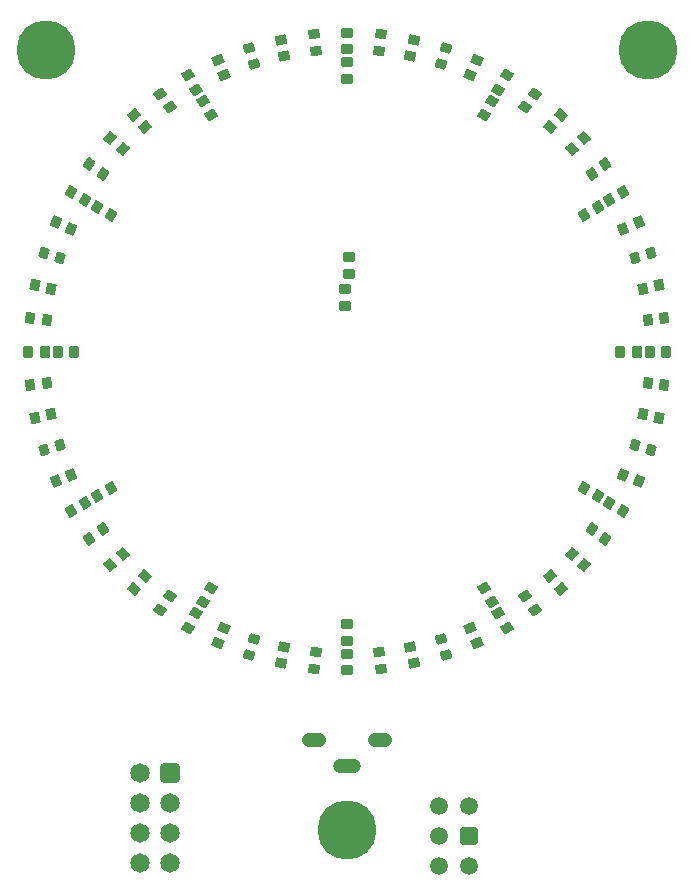
<source format=gbr>
%TF.GenerationSoftware,Altium Limited,Altium Designer,20.1.8 (145)*%
G04 Layer_Color=8388736*
%FSLAX44Y44*%
%MOMM*%
%TF.SameCoordinates,602AE14E-E67F-4A72-A58A-C630FF545DDC*%
%TF.FilePolarity,Negative*%
%TF.FileFunction,Soldermask,Top*%
%TF.Part,Single*%
G01*
G75*
%TA.AperFunction,ComponentPad*%
%ADD51C,1.5000*%
G04:AMPARAMS|DCode=52|XSize=1.5mm|YSize=1.5mm|CornerRadius=0.15mm|HoleSize=0mm|Usage=FLASHONLY|Rotation=180.000|XOffset=0mm|YOffset=0mm|HoleType=Round|Shape=RoundedRectangle|*
%AMROUNDEDRECTD52*
21,1,1.5000,1.2000,0,0,180.0*
21,1,1.2000,1.5000,0,0,180.0*
1,1,0.3000,-0.6000,0.6000*
1,1,0.3000,0.6000,0.6000*
1,1,0.3000,0.6000,-0.6000*
1,1,0.3000,-0.6000,-0.6000*
%
%ADD52ROUNDEDRECTD52*%
G04:AMPARAMS|DCode=120|XSize=1.65mm|YSize=1.65mm|CornerRadius=0.2625mm|HoleSize=0mm|Usage=FLASHONLY|Rotation=270.000|XOffset=0mm|YOffset=0mm|HoleType=Round|Shape=RoundedRectangle|*
%AMROUNDEDRECTD120*
21,1,1.6500,1.1250,0,0,270.0*
21,1,1.1250,1.6500,0,0,270.0*
1,1,0.5250,-0.5625,-0.5625*
1,1,0.5250,-0.5625,0.5625*
1,1,0.5250,0.5625,0.5625*
1,1,0.5250,0.5625,-0.5625*
%
%ADD120ROUNDEDRECTD120*%
%ADD121C,1.6500*%
%TA.AperFunction,ViaPad*%
%ADD122C,5.0000*%
%TA.AperFunction,ComponentPad*%
%ADD123O,2.3500X1.2500*%
%ADD124O,2.0500X1.2500*%
%TA.AperFunction,SMDPad,CuDef*%
G04:AMPARAMS|DCode=125|XSize=0.95mm|YSize=0.8mm|CornerRadius=0.0535mm|HoleSize=0mm|Usage=FLASHONLY|Rotation=0.000|XOffset=0mm|YOffset=0mm|HoleType=Round|Shape=RoundedRectangle|*
%AMROUNDEDRECTD125*
21,1,0.9500,0.6930,0,0,0.0*
21,1,0.8430,0.8000,0,0,0.0*
1,1,0.1070,0.4215,-0.3465*
1,1,0.1070,-0.4215,-0.3465*
1,1,0.1070,-0.4215,0.3465*
1,1,0.1070,0.4215,0.3465*
%
%ADD125ROUNDEDRECTD125*%
G04:AMPARAMS|DCode=126|XSize=0.95mm|YSize=0.8mm|CornerRadius=0.0535mm|HoleSize=0mm|Usage=FLASHONLY|Rotation=354.000|XOffset=0mm|YOffset=0mm|HoleType=Round|Shape=RoundedRectangle|*
%AMROUNDEDRECTD126*
21,1,0.9500,0.6930,0,0,354.0*
21,1,0.8430,0.8000,0,0,354.0*
1,1,0.1070,0.3830,-0.3887*
1,1,0.1070,-0.4554,-0.3005*
1,1,0.1070,-0.3830,0.3887*
1,1,0.1070,0.4554,0.3005*
%
%ADD126ROUNDEDRECTD126*%
G04:AMPARAMS|DCode=127|XSize=0.95mm|YSize=0.8mm|CornerRadius=0.0535mm|HoleSize=0mm|Usage=FLASHONLY|Rotation=348.000|XOffset=0mm|YOffset=0mm|HoleType=Round|Shape=RoundedRectangle|*
%AMROUNDEDRECTD127*
21,1,0.9500,0.6930,0,0,348.0*
21,1,0.8430,0.8000,0,0,348.0*
1,1,0.1070,0.3403,-0.4266*
1,1,0.1070,-0.4843,-0.2513*
1,1,0.1070,-0.3403,0.4266*
1,1,0.1070,0.4843,0.2513*
%
%ADD127ROUNDEDRECTD127*%
G04:AMPARAMS|DCode=128|XSize=0.95mm|YSize=0.8mm|CornerRadius=0.0535mm|HoleSize=0mm|Usage=FLASHONLY|Rotation=342.000|XOffset=0mm|YOffset=0mm|HoleType=Round|Shape=RoundedRectangle|*
%AMROUNDEDRECTD128*
21,1,0.9500,0.6930,0,0,342.0*
21,1,0.8430,0.8000,0,0,342.0*
1,1,0.1070,0.2938,-0.4598*
1,1,0.1070,-0.5080,-0.1993*
1,1,0.1070,-0.2938,0.4598*
1,1,0.1070,0.5080,0.1993*
%
%ADD128ROUNDEDRECTD128*%
G04:AMPARAMS|DCode=129|XSize=0.95mm|YSize=0.8mm|CornerRadius=0.0535mm|HoleSize=0mm|Usage=FLASHONLY|Rotation=336.000|XOffset=0mm|YOffset=0mm|HoleType=Round|Shape=RoundedRectangle|*
%AMROUNDEDRECTD129*
21,1,0.9500,0.6930,0,0,336.0*
21,1,0.8430,0.8000,0,0,336.0*
1,1,0.1070,0.2441,-0.4880*
1,1,0.1070,-0.5260,-0.1451*
1,1,0.1070,-0.2441,0.4880*
1,1,0.1070,0.5260,0.1451*
%
%ADD129ROUNDEDRECTD129*%
G04:AMPARAMS|DCode=130|XSize=0.95mm|YSize=0.8mm|CornerRadius=0.0535mm|HoleSize=0mm|Usage=FLASHONLY|Rotation=330.000|XOffset=0mm|YOffset=0mm|HoleType=Round|Shape=RoundedRectangle|*
%AMROUNDEDRECTD130*
21,1,0.9500,0.6930,0,0,330.0*
21,1,0.8430,0.8000,0,0,330.0*
1,1,0.1070,0.1918,-0.5108*
1,1,0.1070,-0.5383,-0.0893*
1,1,0.1070,-0.1918,0.5108*
1,1,0.1070,0.5383,0.0893*
%
%ADD130ROUNDEDRECTD130*%
G04:AMPARAMS|DCode=131|XSize=0.95mm|YSize=0.8mm|CornerRadius=0.0535mm|HoleSize=0mm|Usage=FLASHONLY|Rotation=329.996|XOffset=0mm|YOffset=0mm|HoleType=Round|Shape=RoundedRectangle|*
%AMROUNDEDRECTD131*
21,1,0.9500,0.6930,0,0,330.0*
21,1,0.8430,0.8000,0,0,330.0*
1,1,0.1070,0.1918,-0.5108*
1,1,0.1070,-0.5383,-0.0893*
1,1,0.1070,-0.1918,0.5108*
1,1,0.1070,0.5383,0.0893*
%
%ADD131ROUNDEDRECTD131*%
G04:AMPARAMS|DCode=132|XSize=0.95mm|YSize=0.8mm|CornerRadius=0.0535mm|HoleSize=0mm|Usage=FLASHONLY|Rotation=324.000|XOffset=0mm|YOffset=0mm|HoleType=Round|Shape=RoundedRectangle|*
%AMROUNDEDRECTD132*
21,1,0.9500,0.6930,0,0,324.0*
21,1,0.8430,0.8000,0,0,324.0*
1,1,0.1070,0.1373,-0.5281*
1,1,0.1070,-0.5447,-0.0326*
1,1,0.1070,-0.1373,0.5281*
1,1,0.1070,0.5447,0.0326*
%
%ADD132ROUNDEDRECTD132*%
G04:AMPARAMS|DCode=133|XSize=0.95mm|YSize=0.8mm|CornerRadius=0.0535mm|HoleSize=0mm|Usage=FLASHONLY|Rotation=318.000|XOffset=0mm|YOffset=0mm|HoleType=Round|Shape=RoundedRectangle|*
%AMROUNDEDRECTD133*
21,1,0.9500,0.6930,0,0,318.0*
21,1,0.8430,0.8000,0,0,318.0*
1,1,0.1070,0.0814,-0.5395*
1,1,0.1070,-0.5451,0.0245*
1,1,0.1070,-0.0814,0.5395*
1,1,0.1070,0.5451,-0.0245*
%
%ADD133ROUNDEDRECTD133*%
G04:AMPARAMS|DCode=134|XSize=0.95mm|YSize=0.8mm|CornerRadius=0.0535mm|HoleSize=0mm|Usage=FLASHONLY|Rotation=312.000|XOffset=0mm|YOffset=0mm|HoleType=Round|Shape=RoundedRectangle|*
%AMROUNDEDRECTD134*
21,1,0.9500,0.6930,0,0,312.0*
21,1,0.8430,0.8000,0,0,312.0*
1,1,0.1070,0.0245,-0.5451*
1,1,0.1070,-0.5395,0.0814*
1,1,0.1070,-0.0245,0.5451*
1,1,0.1070,0.5395,-0.0814*
%
%ADD134ROUNDEDRECTD134*%
G04:AMPARAMS|DCode=135|XSize=0.95mm|YSize=0.8mm|CornerRadius=0.0535mm|HoleSize=0mm|Usage=FLASHONLY|Rotation=306.000|XOffset=0mm|YOffset=0mm|HoleType=Round|Shape=RoundedRectangle|*
%AMROUNDEDRECTD135*
21,1,0.9500,0.6930,0,0,306.0*
21,1,0.8430,0.8000,0,0,306.0*
1,1,0.1070,-0.0326,-0.5447*
1,1,0.1070,-0.5281,0.1373*
1,1,0.1070,0.0326,0.5447*
1,1,0.1070,0.5281,-0.1373*
%
%ADD135ROUNDEDRECTD135*%
G04:AMPARAMS|DCode=136|XSize=0.95mm|YSize=0.8mm|CornerRadius=0.0535mm|HoleSize=0mm|Usage=FLASHONLY|Rotation=300.000|XOffset=0mm|YOffset=0mm|HoleType=Round|Shape=RoundedRectangle|*
%AMROUNDEDRECTD136*
21,1,0.9500,0.6930,0,0,300.0*
21,1,0.8430,0.8000,0,0,300.0*
1,1,0.1070,-0.0893,-0.5383*
1,1,0.1070,-0.5108,0.1918*
1,1,0.1070,0.0893,0.5383*
1,1,0.1070,0.5108,-0.1918*
%
%ADD136ROUNDEDRECTD136*%
G04:AMPARAMS|DCode=137|XSize=0.95mm|YSize=0.8mm|CornerRadius=0.0535mm|HoleSize=0mm|Usage=FLASHONLY|Rotation=294.000|XOffset=0mm|YOffset=0mm|HoleType=Round|Shape=RoundedRectangle|*
%AMROUNDEDRECTD137*
21,1,0.9500,0.6930,0,0,294.0*
21,1,0.8430,0.8000,0,0,294.0*
1,1,0.1070,-0.1451,-0.5260*
1,1,0.1070,-0.4880,0.2441*
1,1,0.1070,0.1451,0.5260*
1,1,0.1070,0.4880,-0.2441*
%
%ADD137ROUNDEDRECTD137*%
G04:AMPARAMS|DCode=138|XSize=0.95mm|YSize=0.8mm|CornerRadius=0.0535mm|HoleSize=0mm|Usage=FLASHONLY|Rotation=288.000|XOffset=0mm|YOffset=0mm|HoleType=Round|Shape=RoundedRectangle|*
%AMROUNDEDRECTD138*
21,1,0.9500,0.6930,0,0,288.0*
21,1,0.8430,0.8000,0,0,288.0*
1,1,0.1070,-0.1993,-0.5080*
1,1,0.1070,-0.4598,0.2938*
1,1,0.1070,0.1993,0.5080*
1,1,0.1070,0.4598,-0.2938*
%
%ADD138ROUNDEDRECTD138*%
G04:AMPARAMS|DCode=139|XSize=0.95mm|YSize=0.8mm|CornerRadius=0.0535mm|HoleSize=0mm|Usage=FLASHONLY|Rotation=282.000|XOffset=0mm|YOffset=0mm|HoleType=Round|Shape=RoundedRectangle|*
%AMROUNDEDRECTD139*
21,1,0.9500,0.6930,0,0,282.0*
21,1,0.8430,0.8000,0,0,282.0*
1,1,0.1070,-0.2513,-0.4843*
1,1,0.1070,-0.4266,0.3403*
1,1,0.1070,0.2513,0.4843*
1,1,0.1070,0.4266,-0.3403*
%
%ADD139ROUNDEDRECTD139*%
G04:AMPARAMS|DCode=140|XSize=0.95mm|YSize=0.8mm|CornerRadius=0.0535mm|HoleSize=0mm|Usage=FLASHONLY|Rotation=276.000|XOffset=0mm|YOffset=0mm|HoleType=Round|Shape=RoundedRectangle|*
%AMROUNDEDRECTD140*
21,1,0.9500,0.6930,0,0,276.0*
21,1,0.8430,0.8000,0,0,276.0*
1,1,0.1070,-0.3005,-0.4554*
1,1,0.1070,-0.3887,0.3830*
1,1,0.1070,0.3005,0.4554*
1,1,0.1070,0.3887,-0.3830*
%
%ADD140ROUNDEDRECTD140*%
G04:AMPARAMS|DCode=141|XSize=0.95mm|YSize=0.8mm|CornerRadius=0.0535mm|HoleSize=0mm|Usage=FLASHONLY|Rotation=270.000|XOffset=0mm|YOffset=0mm|HoleType=Round|Shape=RoundedRectangle|*
%AMROUNDEDRECTD141*
21,1,0.9500,0.6930,0,0,270.0*
21,1,0.8430,0.8000,0,0,270.0*
1,1,0.1070,-0.3465,-0.4215*
1,1,0.1070,-0.3465,0.4215*
1,1,0.1070,0.3465,0.4215*
1,1,0.1070,0.3465,-0.4215*
%
%ADD141ROUNDEDRECTD141*%
G04:AMPARAMS|DCode=142|XSize=0.95mm|YSize=0.8mm|CornerRadius=0.0535mm|HoleSize=0mm|Usage=FLASHONLY|Rotation=264.000|XOffset=0mm|YOffset=0mm|HoleType=Round|Shape=RoundedRectangle|*
%AMROUNDEDRECTD142*
21,1,0.9500,0.6930,0,0,264.0*
21,1,0.8430,0.8000,0,0,264.0*
1,1,0.1070,-0.3887,-0.3830*
1,1,0.1070,-0.3005,0.4554*
1,1,0.1070,0.3887,0.3830*
1,1,0.1070,0.3005,-0.4554*
%
%ADD142ROUNDEDRECTD142*%
G04:AMPARAMS|DCode=143|XSize=0.95mm|YSize=0.8mm|CornerRadius=0.0535mm|HoleSize=0mm|Usage=FLASHONLY|Rotation=258.000|XOffset=0mm|YOffset=0mm|HoleType=Round|Shape=RoundedRectangle|*
%AMROUNDEDRECTD143*
21,1,0.9500,0.6930,0,0,258.0*
21,1,0.8430,0.8000,0,0,258.0*
1,1,0.1070,-0.4266,-0.3403*
1,1,0.1070,-0.2513,0.4843*
1,1,0.1070,0.4266,0.3403*
1,1,0.1070,0.2513,-0.4843*
%
%ADD143ROUNDEDRECTD143*%
G04:AMPARAMS|DCode=144|XSize=0.95mm|YSize=0.8mm|CornerRadius=0.0535mm|HoleSize=0mm|Usage=FLASHONLY|Rotation=252.000|XOffset=0mm|YOffset=0mm|HoleType=Round|Shape=RoundedRectangle|*
%AMROUNDEDRECTD144*
21,1,0.9500,0.6930,0,0,252.0*
21,1,0.8430,0.8000,0,0,252.0*
1,1,0.1070,-0.4598,-0.2938*
1,1,0.1070,-0.1993,0.5080*
1,1,0.1070,0.4598,0.2938*
1,1,0.1070,0.1993,-0.5080*
%
%ADD144ROUNDEDRECTD144*%
G04:AMPARAMS|DCode=145|XSize=0.95mm|YSize=0.8mm|CornerRadius=0.0535mm|HoleSize=0mm|Usage=FLASHONLY|Rotation=245.984|XOffset=0mm|YOffset=0mm|HoleType=Round|Shape=RoundedRectangle|*
%AMROUNDEDRECTD145*
21,1,0.9500,0.6930,0,0,246.0*
21,1,0.8430,0.8000,0,0,246.0*
1,1,0.1070,-0.4880,-0.2440*
1,1,0.1070,-0.1450,0.5260*
1,1,0.1070,0.4880,0.2440*
1,1,0.1070,0.1450,-0.5260*
%
%ADD145ROUNDEDRECTD145*%
G04:AMPARAMS|DCode=146|XSize=0.95mm|YSize=0.8mm|CornerRadius=0.0535mm|HoleSize=0mm|Usage=FLASHONLY|Rotation=240.000|XOffset=0mm|YOffset=0mm|HoleType=Round|Shape=RoundedRectangle|*
%AMROUNDEDRECTD146*
21,1,0.9500,0.6930,0,0,240.0*
21,1,0.8430,0.8000,0,0,240.0*
1,1,0.1070,-0.5108,-0.1918*
1,1,0.1070,-0.0893,0.5383*
1,1,0.1070,0.5108,0.1918*
1,1,0.1070,0.0893,-0.5383*
%
%ADD146ROUNDEDRECTD146*%
G04:AMPARAMS|DCode=147|XSize=0.95mm|YSize=0.8mm|CornerRadius=0.0535mm|HoleSize=0mm|Usage=FLASHONLY|Rotation=240.000|XOffset=0mm|YOffset=0mm|HoleType=Round|Shape=RoundedRectangle|*
%AMROUNDEDRECTD147*
21,1,0.9500,0.6930,0,0,240.0*
21,1,0.8430,0.8000,0,0,240.0*
1,1,0.1070,-0.5108,-0.1918*
1,1,0.1070,-0.0893,0.5383*
1,1,0.1070,0.5108,0.1918*
1,1,0.1070,0.0893,-0.5383*
%
%ADD147ROUNDEDRECTD147*%
G04:AMPARAMS|DCode=148|XSize=0.95mm|YSize=0.8mm|CornerRadius=0.0535mm|HoleSize=0mm|Usage=FLASHONLY|Rotation=234.000|XOffset=0mm|YOffset=0mm|HoleType=Round|Shape=RoundedRectangle|*
%AMROUNDEDRECTD148*
21,1,0.9500,0.6930,0,0,234.0*
21,1,0.8430,0.8000,0,0,234.0*
1,1,0.1070,-0.5281,-0.1373*
1,1,0.1070,-0.0326,0.5447*
1,1,0.1070,0.5281,0.1373*
1,1,0.1070,0.0326,-0.5447*
%
%ADD148ROUNDEDRECTD148*%
G04:AMPARAMS|DCode=149|XSize=0.95mm|YSize=0.8mm|CornerRadius=0.0535mm|HoleSize=0mm|Usage=FLASHONLY|Rotation=228.000|XOffset=0mm|YOffset=0mm|HoleType=Round|Shape=RoundedRectangle|*
%AMROUNDEDRECTD149*
21,1,0.9500,0.6930,0,0,228.0*
21,1,0.8430,0.8000,0,0,228.0*
1,1,0.1070,-0.5395,-0.0814*
1,1,0.1070,0.0245,0.5451*
1,1,0.1070,0.5395,0.0814*
1,1,0.1070,-0.0245,-0.5451*
%
%ADD149ROUNDEDRECTD149*%
G04:AMPARAMS|DCode=150|XSize=0.95mm|YSize=0.8mm|CornerRadius=0.0535mm|HoleSize=0mm|Usage=FLASHONLY|Rotation=222.000|XOffset=0mm|YOffset=0mm|HoleType=Round|Shape=RoundedRectangle|*
%AMROUNDEDRECTD150*
21,1,0.9500,0.6930,0,0,222.0*
21,1,0.8430,0.8000,0,0,222.0*
1,1,0.1070,-0.5451,-0.0245*
1,1,0.1070,0.0814,0.5395*
1,1,0.1070,0.5451,0.0245*
1,1,0.1070,-0.0814,-0.5395*
%
%ADD150ROUNDEDRECTD150*%
G04:AMPARAMS|DCode=151|XSize=0.95mm|YSize=0.8mm|CornerRadius=0.0535mm|HoleSize=0mm|Usage=FLASHONLY|Rotation=216.000|XOffset=0mm|YOffset=0mm|HoleType=Round|Shape=RoundedRectangle|*
%AMROUNDEDRECTD151*
21,1,0.9500,0.6930,0,0,216.0*
21,1,0.8430,0.8000,0,0,216.0*
1,1,0.1070,-0.5447,0.0326*
1,1,0.1070,0.1373,0.5281*
1,1,0.1070,0.5447,-0.0326*
1,1,0.1070,-0.1373,-0.5281*
%
%ADD151ROUNDEDRECTD151*%
G04:AMPARAMS|DCode=152|XSize=0.95mm|YSize=0.8mm|CornerRadius=0.0535mm|HoleSize=0mm|Usage=FLASHONLY|Rotation=210.000|XOffset=0mm|YOffset=0mm|HoleType=Round|Shape=RoundedRectangle|*
%AMROUNDEDRECTD152*
21,1,0.9500,0.6930,0,0,210.0*
21,1,0.8430,0.8000,0,0,210.0*
1,1,0.1070,-0.5383,0.0893*
1,1,0.1070,0.1918,0.5108*
1,1,0.1070,0.5383,-0.0893*
1,1,0.1070,-0.1918,-0.5108*
%
%ADD152ROUNDEDRECTD152*%
G04:AMPARAMS|DCode=153|XSize=0.95mm|YSize=0.8mm|CornerRadius=0.0535mm|HoleSize=0mm|Usage=FLASHONLY|Rotation=204.000|XOffset=0mm|YOffset=0mm|HoleType=Round|Shape=RoundedRectangle|*
%AMROUNDEDRECTD153*
21,1,0.9500,0.6930,0,0,204.0*
21,1,0.8430,0.8000,0,0,204.0*
1,1,0.1070,-0.5260,0.1451*
1,1,0.1070,0.2441,0.4880*
1,1,0.1070,0.5260,-0.1451*
1,1,0.1070,-0.2441,-0.4880*
%
%ADD153ROUNDEDRECTD153*%
G04:AMPARAMS|DCode=154|XSize=0.95mm|YSize=0.8mm|CornerRadius=0.0535mm|HoleSize=0mm|Usage=FLASHONLY|Rotation=198.000|XOffset=0mm|YOffset=0mm|HoleType=Round|Shape=RoundedRectangle|*
%AMROUNDEDRECTD154*
21,1,0.9500,0.6930,0,0,198.0*
21,1,0.8430,0.8000,0,0,198.0*
1,1,0.1070,-0.5080,0.1993*
1,1,0.1070,0.2938,0.4598*
1,1,0.1070,0.5080,-0.1993*
1,1,0.1070,-0.2938,-0.4598*
%
%ADD154ROUNDEDRECTD154*%
G04:AMPARAMS|DCode=155|XSize=0.95mm|YSize=0.8mm|CornerRadius=0.0535mm|HoleSize=0mm|Usage=FLASHONLY|Rotation=191.972|XOffset=0mm|YOffset=0mm|HoleType=Round|Shape=RoundedRectangle|*
%AMROUNDEDRECTD155*
21,1,0.9500,0.6930,0,0,192.0*
21,1,0.8430,0.8000,0,0,192.0*
1,1,0.1070,-0.4842,0.2515*
1,1,0.1070,0.3404,0.4264*
1,1,0.1070,0.4842,-0.2515*
1,1,0.1070,-0.3404,-0.4264*
%
%ADD155ROUNDEDRECTD155*%
G04:AMPARAMS|DCode=156|XSize=0.95mm|YSize=0.8mm|CornerRadius=0.0535mm|HoleSize=0mm|Usage=FLASHONLY|Rotation=186.000|XOffset=0mm|YOffset=0mm|HoleType=Round|Shape=RoundedRectangle|*
%AMROUNDEDRECTD156*
21,1,0.9500,0.6930,0,0,186.0*
21,1,0.8430,0.8000,0,0,186.0*
1,1,0.1070,-0.4554,0.3005*
1,1,0.1070,0.3830,0.3887*
1,1,0.1070,0.4554,-0.3005*
1,1,0.1070,-0.3830,-0.3887*
%
%ADD156ROUNDEDRECTD156*%
D51*
X102900Y-435400D02*
D03*
Y-384600D02*
D03*
X77500D02*
D03*
Y-410000D02*
D03*
Y-435400D02*
D03*
D52*
X102900Y-410000D02*
D03*
D120*
X-150023Y-356980D02*
D03*
D121*
Y-382380D02*
D03*
Y-407780D02*
D03*
Y-433180D02*
D03*
X-175424Y-356980D02*
D03*
Y-382380D02*
D03*
Y-407780D02*
D03*
Y-433180D02*
D03*
D122*
X0Y-405000D02*
D03*
X255000Y255000D02*
D03*
X-255000D02*
D03*
D123*
X0Y-350750D02*
D03*
D124*
X28000Y-329250D02*
D03*
X-28000D02*
D03*
D125*
X0Y270000D02*
D03*
Y256000D02*
D03*
Y231000D02*
D03*
Y245000D02*
D03*
Y-245000D02*
D03*
Y-231000D02*
D03*
Y-256000D02*
D03*
Y-270000D02*
D03*
X-1524Y52720D02*
D03*
Y38720D02*
D03*
X1524Y66040D02*
D03*
Y80040D02*
D03*
D126*
X28223Y268521D02*
D03*
X26759Y254597D02*
D03*
X-28223Y-268521D02*
D03*
X-26759Y-254598D02*
D03*
D127*
X53225Y250406D02*
D03*
X56136Y264100D02*
D03*
X-53225Y-250406D02*
D03*
X-56136Y-264100D02*
D03*
D128*
X83435Y256785D02*
D03*
X79108Y243470D02*
D03*
X-83435Y-256785D02*
D03*
X-79108Y-243470D02*
D03*
D129*
X104125Y233868D02*
D03*
X109819Y246657D02*
D03*
X-104125Y-233868D02*
D03*
X-109819Y-246657D02*
D03*
D130*
X135000Y233827D02*
D03*
X128000Y221702D02*
D03*
X-122500Y-212176D02*
D03*
X-115500Y-200052D02*
D03*
X-128000Y-221702D02*
D03*
X-135000Y-233827D02*
D03*
D131*
X115513Y200045D02*
D03*
X122513Y212169D02*
D03*
D132*
X158702Y218435D02*
D03*
X150473Y207108D02*
D03*
X-158702Y-218435D02*
D03*
X-150473Y-207108D02*
D03*
D133*
X171297Y190245D02*
D03*
X180665Y200649D02*
D03*
X-171297Y-190245D02*
D03*
X-180665Y-200649D02*
D03*
D134*
X200649Y180665D02*
D03*
X190245Y171297D02*
D03*
X-200649Y-180665D02*
D03*
X-190245Y-171297D02*
D03*
D135*
X207108Y150473D02*
D03*
X218435Y158702D02*
D03*
X-207108Y-150473D02*
D03*
X-218435Y-158702D02*
D03*
D136*
X233827Y135000D02*
D03*
X221702Y128000D02*
D03*
X200052Y115500D02*
D03*
X212176Y122500D02*
D03*
X-212176Y-122500D02*
D03*
X-200052Y-115500D02*
D03*
X-221702Y-128000D02*
D03*
X-233827Y-135000D02*
D03*
D137*
X246657Y109819D02*
D03*
X233868Y104125D02*
D03*
X-246657Y-109819D02*
D03*
X-233868Y-104125D02*
D03*
D138*
X243470Y79108D02*
D03*
X256785Y83435D02*
D03*
X-243470Y-79108D02*
D03*
X-256785Y-83435D02*
D03*
D139*
X264100Y56136D02*
D03*
X250406Y53225D02*
D03*
X-264100Y-56136D02*
D03*
X-250406Y-53225D02*
D03*
D140*
X254598Y26759D02*
D03*
X268521Y28223D02*
D03*
X-254598Y-26759D02*
D03*
X-268521Y-28223D02*
D03*
D141*
X245000Y0D02*
D03*
X231000D02*
D03*
X256000D02*
D03*
X270000D02*
D03*
X-245000D02*
D03*
X-231000D02*
D03*
X-256000D02*
D03*
X-270000D02*
D03*
D142*
X268521Y-28223D02*
D03*
X254598Y-26759D02*
D03*
X-268521Y28223D02*
D03*
X-254598Y26759D02*
D03*
D143*
X250406Y-53225D02*
D03*
X264100Y-56136D02*
D03*
X-250406Y53225D02*
D03*
X-264100Y56136D02*
D03*
D144*
X256785Y-83435D02*
D03*
X243470Y-79108D02*
D03*
X-256787Y83429D02*
D03*
X-243470Y79108D02*
D03*
D145*
X233868Y-104124D02*
D03*
X246656Y-109822D02*
D03*
X-233868Y104125D02*
D03*
X-246657Y109819D02*
D03*
D146*
X212176Y-122500D02*
D03*
X200052Y-115500D02*
D03*
X-212176Y122500D02*
D03*
X-200052Y115500D02*
D03*
X-221702Y128000D02*
D03*
X-233827Y135000D02*
D03*
D147*
X221702Y-128000D02*
D03*
X233827Y-135000D02*
D03*
D148*
X218435Y-158702D02*
D03*
X207108Y-150473D02*
D03*
X-218435Y158702D02*
D03*
X-207108Y150473D02*
D03*
D149*
X190245Y-171297D02*
D03*
X200649Y-180665D02*
D03*
X-190245Y171297D02*
D03*
X-200649Y180665D02*
D03*
D150*
X180665Y-200649D02*
D03*
X171297Y-190245D02*
D03*
X-180665Y200649D02*
D03*
X-171297Y190245D02*
D03*
D151*
X150473Y-207108D02*
D03*
X158702Y-218435D02*
D03*
X-150473Y207108D02*
D03*
X-158702Y218435D02*
D03*
D152*
X122500Y-212176D02*
D03*
X115500Y-200052D02*
D03*
X128000Y-221702D02*
D03*
X135000Y-233827D02*
D03*
X-135000Y233827D02*
D03*
X-128000Y221702D02*
D03*
X-115500Y200052D02*
D03*
X-122500Y212176D02*
D03*
D153*
X109819Y-246657D02*
D03*
X104125Y-233868D02*
D03*
X-109819Y246657D02*
D03*
X-104125Y233868D02*
D03*
D154*
X79108Y-243470D02*
D03*
X83435Y-256785D02*
D03*
X-79108Y243470D02*
D03*
X-83435Y256785D02*
D03*
D155*
X56130Y-264101D02*
D03*
X53225Y-250406D02*
D03*
X-56136Y264100D02*
D03*
X-53225Y250406D02*
D03*
D156*
X26759Y-254598D02*
D03*
X28223Y-268521D02*
D03*
X-26759Y254598D02*
D03*
X-28223Y268521D02*
D03*
%TF.MD5,83f3c63443c90e9d8734ccbd081824f3*%
M02*

</source>
